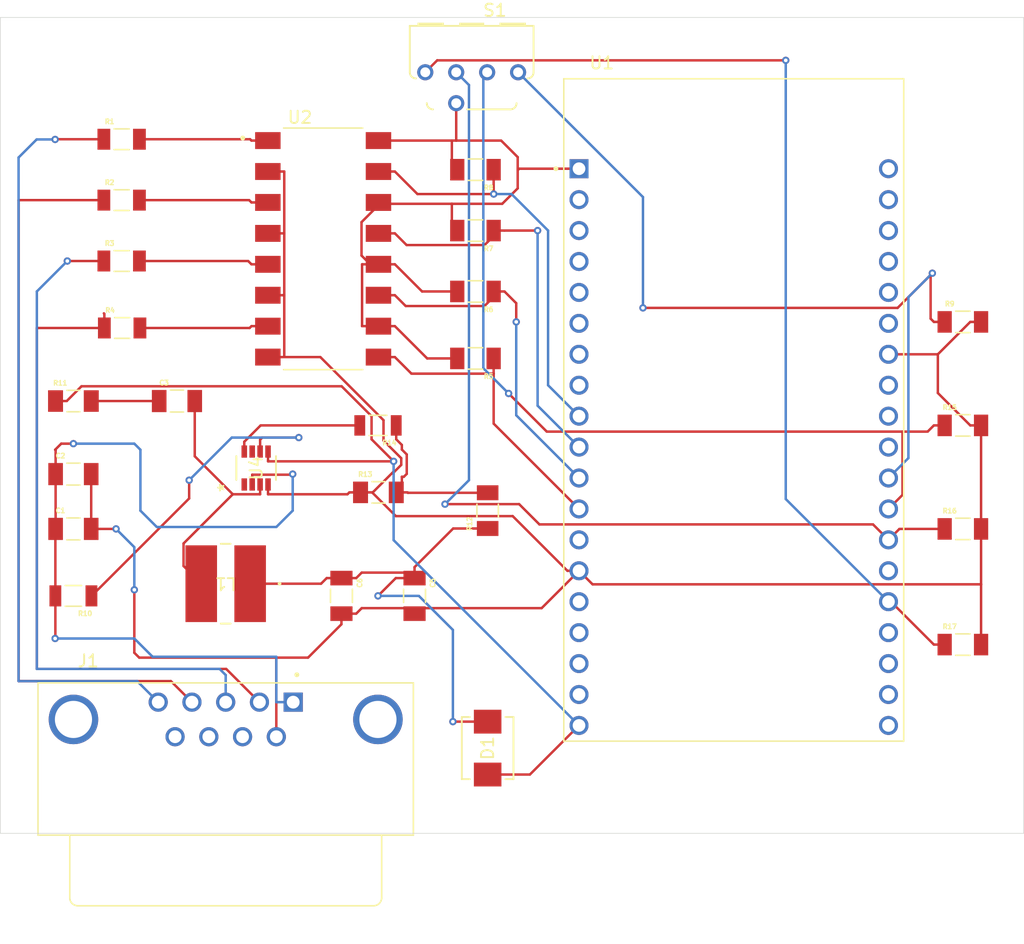
<source format=kicad_pcb>
(kicad_pcb (version 20241229) (generator "pcbnew") (generator_version "9.0")
  (layers (0 "F.Cu" signal) (2 "B.Cu" signal) (13 "F.Paste" user) (15 "B.Paste" user) (5 "F.SilkS" user "F.Silkscreen") (7 "B.SilkS" user "B.Silkscreen") (1 "F.Mask" user) (3 "B.Mask" user) (25 "Edge.Cuts" user))
  (net 0 "")
  (net 1 "+24V")
  (net 2 "GND")
  (net 3 "Net-(U4-SW)")
  (net 4 "Net-(C5-Pad1)")
  (net 5 "+5V")
  (net 11 "Net-(R1-Pad2)")
  (net 12 "Net-(R2-Pad2)")
  (net 13 "Net-(R3-Pad2)")
  (net 14 "Net-(R4-Pad2)")
  (net 15 "+3.3V")
  (net 16 "Net-(U1-IO14)")
  (net 17 "Net-(U1-IO27)")
  (net 18 "Net-(U1-IO26)")
  (net 19 "Net-(U1-IO25)")
  (net 20 "Net-(U1-IO17)")
  (net 21 "Net-(U4-EN)")
  (net 22 "Net-(R12-Pad2)")
  (net 23 "Net-(U4-FB)")
  (net 24 "Net-(U1-IO16)")
  (net 25 "Net-(U1-IO4)")
  (net 26 "Net-(U1-IO2)")
  (net 55 "Net-(C3-Pad1)")
  (footprint "CR1206_FX_1002ELF:RESC3216X75N" (layer "F.Cu") (at 108 45.5 180)
    (property "Reference" "R5" (at -1.08 -1.48 0) (layer "F.SilkS") (effects (font (size 0.393701 0.393701))))
    (property "Value" "CR1206-FX-1002ELF")
    (pad "1" smd rect (at -1.494 0 180) (size 1.17 1.77) (layers "F.Cu" "F.Mask" "F.Paste") (net 16 "Net-(U1-IO14)"))
    (pad "2" smd rect (at 1.494 0 180) (size 1.17 1.77) (layers "F.Cu" "F.Mask" "F.Paste") (net 15 "+3.3V"))
  )
  (footprint "RMCF1206FT10R0:RESC3216X70N" (layer "F.Cu") (at 75 49)
    (property "Reference" "R11" (at -1.08 -1.48 0) (layer "F.SilkS") (effects (font (size 0.393701 0.393701))))
    (property "Value" "RMCF1206FT10R0")
    (pad "1" smd rect (at -1.466 0) (size 1.23 1.77) (layers "F.Cu" "F.Mask" "F.Paste") (net 5 "+5V"))
    (pad "2" smd rect (at 1.466 0) (size 1.23 1.77) (layers "F.Cu" "F.Mask" "F.Paste") (net 55 "Net-(C3-Pad1)"))
  )
  (footprint "DRR3016:DRR3010" (layer "F.Cu") (at 107.69 22 180)
    (property "Reference" "S1" (at -1.907185 5.085855 0) (layer "F.SilkS") (effects (font (size 1.001157 1.001157))))
    (property "Value" "DRR3016")
    (pad "1" thru_hole circle (at 3.81 0 180) (size 1.3208 1.3208) (drill 0.8128) (layers "*.Cu" "*.Mask") (net 26 "Net-(U1-IO2)"))
    (pad "2" thru_hole circle (at 1.27 0 180) (size 1.3208 1.3208) (drill 0.8128) (layers "*.Cu" "*.Mask") (net 25 "Net-(U1-IO4)"))
    (pad "4" thru_hole circle (at -1.27 0 180) (size 1.3208 1.3208) (drill 0.8128) (layers "*.Cu" "*.Mask") (net 24 "Net-(U1-IO16)"))
    (pad "8" thru_hole circle (at -3.81 0 180) (size 1.3208 1.3208) (drill 0.8128) (layers "*.Cu" "*.Mask") (net 20 "Net-(U1-IO17)"))
    (pad "C" thru_hole circle (at 1.27 -2.54 180) (size 1.3208 1.3208) (drill 0.8128) (layers "*.Cu" "*.Mask") (net 15 "+3.3V"))
  )
  (footprint "RMCF1206FT7K50:RESC3216X70N" (layer "F.Cu") (at 100.034 56.5)
    (property "Reference" "R13" (at -1.08 -1.48 0) (layer "F.SilkS") (effects (font (size 0.393701 0.393701))))
    (property "Value" "RMCF1206FT7K50")
    (pad "1" smd rect (at -1.466 0) (size 1.23 1.77) (layers "F.Cu" "F.Mask" "F.Paste") (net 2 "GND"))
    (pad "2" smd rect (at 1.466 0) (size 1.23 1.77) (layers "F.Cu" "F.Mask" "F.Paste") (net 22 "Net-(R12-Pad2)"))
  )
  (footprint "CR1206_FX_1002ELF:RESC3216X75N" (layer "F.Cu") (at 148.006 42.5)
    (property "Reference" "R9" (at -1.08 -1.48 0) (layer "F.SilkS") (effects (font (size 0.393701 0.393701))))
    (property "Value" "CR1206-FX-1002ELF")
    (pad "1" smd rect (at -1.494 0) (size 1.17 1.77) (layers "F.Cu" "F.Mask" "F.Paste") (net 20 "Net-(U1-IO17)"))
    (pad "2" smd rect (at 1.494 0) (size 1.17 1.77) (layers "F.Cu" "F.Mask" "F.Paste") (net 2 "GND"))
  )
  (footprint "CL31B106KAHNNNE:CAPC3216X180N" (layer "F.Cu") (at 75 55)
    (property "Reference" "C2" (at -1.06 -1.5 0) (layer "F.SilkS") (effects (font (size 0.393701 0.393701))))
    (property "Value" "CL31B106KAHNNNE")
    (pad "1" smd rect (at -1.46 0) (size 1.2 1.82) (layers "F.Cu" "F.Mask" "F.Paste") (net 1 "+24V"))
    (pad "2" smd rect (at 1.46 0) (size 1.2 1.82) (layers "F.Cu" "F.Mask" "F.Paste") (net 2 "GND"))
  )
  (footprint "RMCF1206FT40K2:RESC3216X70N" (layer "F.Cu") (at 109 58 90)
    (property "Reference" "R12" (at -1.08 -1.48 90) (layer "F.SilkS") (effects (font (size 0.393701 0.393701))))
    (property "Value" "RMCF1206FT40K2")
    (pad "1" smd rect (at -1.466 0 90) (size 1.23 1.77) (layers "F.Cu" "F.Mask" "F.Paste") (net 4 "Net-(C5-Pad1)"))
    (pad "2" smd rect (at 1.466 0 90) (size 1.23 1.77) (layers "F.Cu" "F.Mask" "F.Paste") (net 22 "Net-(R12-Pad2)"))
  )
  (footprint "CR1206_FX_1002ELF:RESC3216X75N" (layer "F.Cu") (at 148.006 69)
    (property "Reference" "R17" (at -1.08 -1.48 0) (layer "F.SilkS") (effects (font (size 0.393701 0.393701))))
    (property "Value" "CR1206-FX-1002ELF")
    (pad "1" smd rect (at -1.494 0) (size 1.17 1.77) (layers "F.Cu" "F.Mask" "F.Paste") (net 26 "Net-(U1-IO2)"))
    (pad "2" smd rect (at 1.494 0) (size 1.17 1.77) (layers "F.Cu" "F.Mask" "F.Paste") (net 2 "GND"))
  )
  (footprint "CL31B106KAHNNNE:CAPC3216X180N" (layer "F.Cu") (at 83.5 49)
    (property "Reference" "C3" (at -1.06 -1.5 0) (layer "F.SilkS") (effects (font (size 0.393701 0.393701))))
    (property "Value" "CL31B106KAHNNNE")
    (pad "1" smd rect (at -1.46 0) (size 1.2 1.82) (layers "F.Cu" "F.Mask" "F.Paste") (net 55 "Net-(C3-Pad1)"))
    (pad "2" smd rect (at 1.46 0) (size 1.2 1.82) (layers "F.Cu" "F.Mask" "F.Paste") (net 3 "Net-(U4-SW)"))
  )
  (footprint "ul_HPC6045NC-4R7M:IND_HPC6045NC_TTA" (layer "F.Cu") (at 87.5 64 180)
    (property "Reference" "L1" (at 0 0 180) (layer "F.SilkS"))
    (property "Value" "HPC6045NC-4R7M")
    (pad "1" smd rect (at -2.0066 0 270) (size 6.2992 2.5908) (layers "F.Cu" "F.Mask" "F.Paste") (net 4 "Net-(C5-Pad1)"))
    (pad "2" smd rect (at 2.0066 0 270) (size 6.2992 2.5908) (layers "F.Cu" "F.Mask" "F.Paste") (net 3 "Net-(U4-SW)"))
  )
  (footprint "CL31A226KAHNNNE:CAPC3216X180N" (layer "F.Cu") (at 75 59.5)
    (property "Reference" "C1" (at -1.06 -1.5 0) (layer "F.SilkS") (effects (font (size 0.393701 0.393701))))
    (property "Value" "CL31A226KAHNNNE")
    (pad "1" smd rect (at -1.46 0) (size 1.2 1.82) (layers "F.Cu" "F.Mask" "F.Paste") (net 1 "+24V"))
    (pad "2" smd rect (at 1.46 0) (size 1.2 1.82) (layers "F.Cu" "F.Mask" "F.Paste") (net 2 "GND"))
  )
  (footprint "CRGCQ1206F2K2:RESC3115X65N" (layer "F.Cu") (at 78.96 32.5)
    (property "Reference" "R2" (at -0.99 -1.45 0) (layer "F.SilkS") (effects (font (size 0.393701 0.393701))))
    (property "Value" "CRGCQ1206F2K2")
    (pad "1" smd rect (at -1.46 0) (size 1.05 1.72) (layers "F.Cu" "F.Mask" "F.Paste") (net 1 "+24V"))
    (pad "2" smd rect (at 1.46 0) (size 1.05 1.72) (layers "F.Cu" "F.Mask" "F.Paste") (net 12 "Net-(R2-Pad2)"))
  )
  (footprint "CR1206_FX_1002ELF:RESC3216X75N" (layer "F.Cu") (at 108 35 180)
    (property "Reference" "R7" (at -1.08 -1.48 0) (layer "F.SilkS") (effects (font (size 0.393701 0.393701))))
    (property "Value" "CR1206-FX-1002ELF")
    (pad "1" smd rect (at -1.494 0 180) (size 1.17 1.77) (layers "F.Cu" "F.Mask" "F.Paste") (net 18 "Net-(U1-IO26)"))
    (pad "2" smd rect (at 1.494 0 180) (size 1.17 1.77) (layers "F.Cu" "F.Mask" "F.Paste") (net 15 "+3.3V"))
  )
  (footprint "A_DF_09_A_KG_T4S:ASSMANN_A-DF_09_A_KG-T4S" (layer "F.Cu") (at 93.04 73.7275)
    (property "Reference" "J1" (at -16.825 -3.385 0) (layer "F.SilkS"))
    (property "Value" "A-DF_09_A_KG-T4S")
    (pad "1" thru_hole rect (at 0 0) (size 1.575 1.575) (drill 1.05) (layers "*.Cu" "*.Mask") (net 1 "+24V"))
    (pad "2" thru_hole circle (at -2.77 0) (size 1.575 1.575) (drill 1.05) (layers "*.Cu" "*.Mask") (net 1 "+24V"))
    (pad "3" thru_hole circle (at -5.54 0) (size 1.575 1.575) (drill 1.05) (layers "*.Cu" "*.Mask") (net 1 "+24V"))
    (pad "4" thru_hole circle (at -8.31 0) (size 1.575 1.575) (drill 1.05) (layers "*.Cu" "*.Mask") (net 1 "+24V"))
    (pad "5" thru_hole circle (at -11.08 0) (size 1.575 1.575) (drill 1.05) (layers "*.Cu" "*.Mask") (net 1 "+24V"))
    (pad "6" thru_hole circle (at -1.385 2.84) (size 1.575 1.575) (drill 1.05) (layers "*.Cu" "*.Mask") (net 2 "GND"))
    (pad "7" thru_hole circle (at -4.155 2.84) (size 1.575 1.575) (drill 1.05) (layers "*.Cu" "*.Mask"))
    (pad "8" thru_hole circle (at -6.925 2.84) (size 1.575 1.575) (drill 1.05) (layers "*.Cu" "*.Mask"))
    (pad "9" thru_hole circle (at -9.695 2.84) (size 1.575 1.575) (drill 1.05) (layers "*.Cu" "*.Mask"))
    (pad "S1" thru_hole circle (at -18.035 1.42) (size 4.066 4.066) (drill 3.05) (layers "*.Cu" "*.Mask"))
    (pad "S2" thru_hole circle (at 6.955 1.42) (size 4.066 4.066) (drill 3.05) (layers "*.Cu" "*.Mask"))
  )
  (footprint "CRGCQ1206F2K2:RESC3115X65N" (layer "F.Cu") (at 78.96 27.5)
    (property "Reference" "R1" (at -0.99 -1.45 0) (layer "F.SilkS") (effects (font (size 0.393701 0.393701))))
    (property "Value" "CRGCQ1206F2K2")
    (pad "1" smd rect (at -1.46 0) (size 1.05 1.72) (layers "F.Cu" "F.Mask" "F.Paste") (net 1 "+24V"))
    (pad "2" smd rect (at 1.46 0) (size 1.05 1.72) (layers "F.Cu" "F.Mask" "F.Paste") (net 11 "Net-(R1-Pad2)"))
  )
  (footprint "MP2315SGJ_Z:TSOT23-8_MP2315S_MNP" (layer "F.Cu") (at 90 54.5 90)
    (property "Reference" "U4" (at 0 0 90) (layer "F.SilkS"))
    (property "Value" "MP2315SGJ-Z")
    (fp_text user "*" (at -1.60655 -2.5752 90) (layer "F.SilkS"))
    (fp_text user "*" (at -1.60655 -2.5752 90) (layer "F.SilkS"))
    (pad "1" smd rect (at -1.35255 -0.974999 90) (size 1.0033 0.4572) (layers "F.Cu" "F.Mask" "F.Paste"))
    (pad "2" smd rect (at -1.35255 -0.325001 90) (size 1.0033 0.4572) (layers "F.Cu" "F.Mask" "F.Paste") (net 1 "+24V"))
    (pad "3" smd rect (at -1.35255 0.325001 90) (size 1.0033 0.4572) (layers "F.Cu" "F.Mask" "F.Paste") (net 3 "Net-(U4-SW)"))
    (pad "4" smd rect (at -1.35255 0.974999 90) (size 1.0033 0.4572) (layers "F.Cu" "F.Mask" "F.Paste") (net 2 "GND"))
    (pad "5" smd rect (at 1.35255 0.974999 90) (size 1.0033 0.4572) (layers "F.Cu" "F.Mask" "F.Paste") (net 5 "+5V"))
    (pad "6" smd rect (at 1.35255 0.325001 90) (size 1.0033 0.4572) (layers "F.Cu" "F.Mask" "F.Paste") (net 21 "Net-(U4-EN)"))
    (pad "7" smd rect (at 1.35255 -0.325001 90) (size 1.0033 0.4572) (layers "F.Cu" "F.Mask" "F.Paste"))
    (pad "8" smd rect (at 1.35255 -0.974999 90) (size 1.0033 0.4572) (layers "F.Cu" "F.Mask" "F.Paste") (net 23 "Net-(U4-FB)"))
  )
  (footprint "CRGCQ1206F2K2:RESC3115X65N" (layer "F.Cu") (at 78.96 37.5)
    (property "Reference" "R3" (at -0.99 -1.45 0) (layer "F.SilkS") (effects (font (size 0.393701 0.393701))))
    (property "Value" "CRGCQ1206F2K2")
    (pad "1" smd rect (at -1.46 0) (size 1.05 1.72) (layers "F.Cu" "F.Mask" "F.Paste") (net 1 "+24V"))
    (pad "2" smd rect (at 1.46 0) (size 1.05 1.72) (layers "F.Cu" "F.Mask" "F.Paste") (net 13 "Net-(R3-Pad2)"))
  )
  (footprint "CL31A226KAHNNNE:CAPC3216X180N" (layer "F.Cu") (at 97 65 -90)
    (property "Reference" "C6" (at -1.06 -1.5 90) (layer "F.SilkS") (effects (font (size 0.393701 0.393701))))
    (property "Value" "CL31A226KAHNNNE")
    (pad "1" smd rect (at -1.46 0 270) (size 1.2 1.82) (layers "F.Cu" "F.Mask" "F.Paste") (net 4 "Net-(C5-Pad1)"))
    (pad "2" smd rect (at 1.46 0 270) (size 1.2 1.82) (layers "F.Cu" "F.Mask" "F.Paste") (net 2 "GND"))
  )
  (footprint "CL31A226KAHNNNE:CAPC3216X180N" (layer "F.Cu") (at 103 65 -90)
    (property "Reference" "C5" (at -1.06 -1.5 90) (layer "F.SilkS") (effects (font (size 0.393701 0.393701))))
    (property "Value" "CL31A226KAHNNNE")
    (pad "1" smd rect (at -1.46 0 270) (size 1.2 1.82) (layers "F.Cu" "F.Mask" "F.Paste") (net 4 "Net-(C5-Pad1)"))
    (pad "2" smd rect (at 1.46 0 270) (size 1.2 1.82) (layers "F.Cu" "F.Mask" "F.Paste") (net 2 "GND"))
  )
  (footprint "RC1206FR_07499KL:RESC3116X65N" (layer "F.Cu") (at 75 65 180)
    (property "Reference" "R10" (at -0.96 -1.45 0) (layer "F.SilkS") (effects (font (size 0.393701 0.393701))))
    (property "Value" "RC1206FR-07499KL")
    (pad "1" smd rect (at -1.48 0 180) (size 0.97 1.73) (layers "F.Cu" "F.Mask" "F.Paste") (net 21 "Net-(U4-EN)"))
    (pad "2" smd rect (at 1.48 0 180) (size 0.97 1.73) (layers "F.Cu" "F.Mask" "F.Paste") (net 1 "+24V"))
  )
  (footprint "ESP32-DEVKITC-32D:MODULE_ESP32-DEVKITC-32D" (layer "F.Cu") (at 129.2 49.68)
    (property "Reference" "U1" (at -10.829175 -28.446045 0) (layer "F.SilkS") (effects (font (size 1.000386 1.000386))))
    (property "Value" "ESP32-DEVKITC-32D")
    (pad "J2-1" thru_hole rect (at -12.7 -19.76) (size 1.56 1.56) (drill 1.04) (layers "*.Cu" "*.Mask") (net 15 "+3.3V"))
    (pad "J2-2" thru_hole circle (at -12.7 -17.22) (size 1.56 1.56) (drill 1.04) (layers "*.Cu" "*.Mask"))
    (pad "J2-3" thru_hole circle (at -12.7 -14.68) (size 1.56 1.56) (drill 1.04) (layers "*.Cu" "*.Mask"))
    (pad "J2-4" thru_hole circle (at -12.7 -12.14) (size 1.56 1.56) (drill 1.04) (layers "*.Cu" "*.Mask"))
    (pad "J2-5" thru_hole circle (at -12.7 -9.6) (size 1.56 1.56) (drill 1.04) (layers "*.Cu" "*.Mask"))
    (pad "J2-6" thru_hole circle (at -12.7 -7.06) (size 1.56 1.56) (drill 1.04) (layers "*.Cu" "*.Mask"))
    (pad "J2-7" thru_hole circle (at -12.7 -4.52) (size 1.56 1.56) (drill 1.04) (layers "*.Cu" "*.Mask"))
    (pad "J2-8" thru_hole circle (at -12.7 -1.98) (size 1.56 1.56) (drill 1.04) (layers "*.Cu" "*.Mask"))
    (pad "J2-9" thru_hole circle (at -12.7 0.56) (size 1.56 1.56) (drill 1.04) (layers "*.Cu" "*.Mask") (net 19 "Net-(U1-IO25)"))
    (pad "J2-10" thru_hole circle (at -12.7 3.1) (size 1.56 1.56) (drill 1.04) (layers "*.Cu" "*.Mask") (net 18 "Net-(U1-IO26)"))
    (pad "J2-11" thru_hole circle (at -12.7 5.64) (size 1.56 1.56) (drill 1.04) (layers "*.Cu" "*.Mask") (net 17 "Net-(U1-IO27)"))
    (pad "J2-12" thru_hole circle (at -12.7 8.18) (size 1.56 1.56) (drill 1.04) (layers "*.Cu" "*.Mask") (net 16 "Net-(U1-IO14)"))
    (pad "J2-13" thru_hole circle (at -12.7 10.72) (size 1.56 1.56) (drill 1.04) (layers "*.Cu" "*.Mask"))
    (pad "J2-14" thru_hole circle (at -12.7 13.26) (size 1.56 1.56) (drill 1.04) (layers "*.Cu" "*.Mask") (net 2 "GND"))
    (pad "J2-15" thru_hole circle (at -12.7 15.8) (size 1.56 1.56) (drill 1.04) (layers "*.Cu" "*.Mask"))
    (pad "J2-16" thru_hole circle (at -12.7 18.34) (size 1.56 1.56) (drill 1.04) (layers "*.Cu" "*.Mask"))
    (pad "J2-17" thru_hole circle (at -12.7 20.88) (size 1.56 1.56) (drill 1.04) (layers "*.Cu" "*.Mask"))
    (pad "J2-18" thru_hole circle (at -12.7 23.42) (size 1.56 1.56) (drill 1.04) (layers "*.Cu" "*.Mask"))
    (pad "J2-19" thru_hole circle (at -12.7 25.96) (size 1.56 1.56) (drill 1.04) (layers "*.Cu" "*.Mask") (net 5 "+5V"))
    (pad "J3-1" thru_hole circle (at 12.7 -19.76) (size 1.56 1.56) (drill 1.04) (layers "*.Cu" "*.Mask"))
    (pad "J3-2" thru_hole circle (at 12.7 -17.22) (size 1.56 1.56) (drill 1.04) (layers "*.Cu" "*.Mask"))
    (pad "J3-3" thru_hole circle (at 12.7 -14.68) (size 1.56 1.56) (drill 1.04) (layers "*.Cu" "*.Mask"))
    (pad "J3-4" thru_hole circle (at 12.7 -12.14) (size 1.56 1.56) (drill 1.04) (layers "*.Cu" "*.Mask"))
    (pad "J3-5" thru_hole circle (at 12.7 -9.6) (size 1.56 1.56) (drill 1.04) (layers "*.Cu" "*.Mask"))
    (pad "J3-6" thru_hole circle (at 12.7 -7.06) (size 1.56 1.56) (drill 1.04) (layers "*.Cu" "*.Mask"))
    (pad "J3-7" thru_hole circle (at 12.7 -4.52) (size 1.56 1.56) (drill 1.04) (layers "*.Cu" "*.Mask") (net 2 "GND"))
    (pad "J3-8" thru_hole circle (at 12.7 -1.98) (size 1.56 1.56) (drill 1.04) (layers "*.Cu" "*.Mask"))
    (pad "J3-9" thru_hole circle (at 12.7 0.56) (size 1.56 1.56) (drill 1.04) (layers "*.Cu" "*.Mask"))
    (pad "J3-10" thru_hole circle (at 12.7 3.1) (size 1.56 1.56) (drill 1.04) (layers "*.Cu" "*.Mask"))
    (pad "J3-11" thru_hole circle (at 12.7 5.64) (size 1.56 1.56) (drill 1.04) (layers "*.Cu" "*.Mask") (net 20 "Net-(U1-IO17)"))
    (pad "J3-12" thru_hole circle (at 12.7 8.18) (size 1.56 1.56) (drill 1.04) (layers "*.Cu" "*.Mask") (net 24 "Net-(U1-IO16)"))
    (pad "J3-13" thru_hole circle (at 12.7 10.72) (size 1.56 1.56) (drill 1.04) (layers "*.Cu" "*.Mask") (net 25 "Net-(U1-IO4)"))
    (pad "J3-14" thru_hole circle (at 12.7 13.26) (size 1.56 1.56) (drill 1.04) (layers "*.Cu" "*.Mask"))
    (pad "J3-15" thru_hole circle (at 12.7 15.8) (size 1.56 1.56) (drill 1.04) (layers "*.Cu" "*.Mask") (net 26 "Net-(U1-IO2)"))
    (pad "J3-16" thru_hole circle (at 12.7 18.34) (size 1.56 1.56) (drill 1.04) (layers "*.Cu" "*.Mask"))
    (pad "J3-17" thru_hole circle (at 12.7 20.88) (size 1.56 1.56) (drill 1.04) (layers "*.Cu" "*.Mask"))
    (pad "J3-18" thru_hole circle (at 12.7 23.42) (size 1.56 1.56) (drill 1.04) (layers "*.Cu" "*.Mask"))
    (pad "J3-19" thru_hole circle (at 12.7 25.96) (size 1.56 1.56) (drill 1.04) (layers "*.Cu" "*.Mask"))
  )
  (footprint "CR1206_FX_1002ELF:RESC3216X75N" (layer "F.Cu") (at 148.006 59.5)
    (property "Reference" "R16" (at -1.08 -1.48 0) (layer "F.SilkS") (effects (font (size 0.393701 0.393701))))
    (property "Value" "CR1206-FX-1002ELF")
    (pad "1" smd rect (at -1.494 0) (size 1.17 1.77) (layers "F.Cu" "F.Mask" "F.Paste") (net 25 "Net-(U1-IO4)"))
    (pad "2" smd rect (at 1.494 0) (size 1.17 1.77) (layers "F.Cu" "F.Mask" "F.Paste") (net 2 "GND"))
  )
  (footprint "CR1206_FX_1002ELF:RESC3216X75N" (layer "F.Cu") (at 108 40 180)
    (property "Reference" "R6" (at -1.08 -1.48 0) (layer "F.SilkS") (effects (font (size 0.393701 0.393701))))
    (property "Value" "CR1206-FX-1002ELF")
    (pad "1" smd rect (at -1.494 0 180) (size 1.17 1.77) (layers "F.Cu" "F.Mask" "F.Paste") (net 17 "Net-(U1-IO27)"))
    (pad "2" smd rect (at 1.494 0 180) (size 1.17 1.77) (layers "F.Cu" "F.Mask" "F.Paste") (net 15 "+3.3V"))
  )
  (footprint "CRGCQ1206F2K2:RESC3115X65N" (layer "F.Cu") (at 79 43)
    (property "Reference" "R4" (at -0.99 -1.45 0) (layer "F.SilkS") (effects (font (size 0.393701 0.393701))))
    (property "Value" "CRGCQ1206F2K2")
    (pad "1" smd rect (at -1.46 0) (size 1.05 1.72) (layers "F.Cu" "F.Mask" "F.Paste") (net 1 "+24V"))
    (pad "2" smd rect (at 1.46 0) (size 1.05 1.72) (layers "F.Cu" "F.Mask" "F.Paste") (net 14 "Net-(R4-Pad2)"))
  )
  (footprint "LTV_846S:SOIC254P1016X460-16N" (layer "F.Cu") (at 95.5 36.5)
    (property "Reference" "U2" (at -1.905 -10.795 0) (layer "F.SilkS"))
    (property "Value" "LTV-846S")
    (pad "1" smd rect (at -4.54 -8.89) (size 2.09 1.39) (layers "F.Cu" "F.Mask" "F.Paste") (net 11 "Net-(R1-Pad2)"))
    (pad "2" smd rect (at -4.54 -6.35) (size 2.09 1.39) (layers "F.Cu" "F.Mask" "F.Paste") (net 2 "GND"))
    (pad "3" smd rect (at -4.54 -3.81) (size 2.09 1.39) (layers "F.Cu" "F.Mask" "F.Paste") (net 12 "Net-(R2-Pad2)"))
    (pad "4" smd rect (at -4.54 -1.27) (size 2.09 1.39) (layers "F.Cu" "F.Mask" "F.Paste") (net 2 "GND"))
    (pad "5" smd rect (at -4.54 1.27) (size 2.09 1.39) (layers "F.Cu" "F.Mask" "F.Paste") (net 13 "Net-(R3-Pad2)"))
    (pad "6" smd rect (at -4.54 3.81) (size 2.09 1.39) (layers "F.Cu" "F.Mask" "F.Paste") (net 2 "GND"))
    (pad "7" smd rect (at -4.54 6.35) (size 2.09 1.39) (layers "F.Cu" "F.Mask" "F.Paste") (net 14 "Net-(R4-Pad2)"))
    (pad "8" smd rect (at -4.54 8.89) (size 2.09 1.39) (layers "F.Cu" "F.Mask" "F.Paste") (net 2 "GND"))
    (pad "9" smd rect (at 4.54 8.89) (size 2.09 1.39) (layers "F.Cu" "F.Mask" "F.Paste") (net 16 "Net-(U1-IO14)"))
    (pad "10" smd rect (at 4.54 6.35) (size 2.09 1.39) (layers "F.Cu" "F.Mask" "F.Paste") (net 15 "+3.3V"))
    (pad "11" smd rect (at 4.54 3.81) (size 2.09 1.39) (layers "F.Cu" "F.Mask" "F.Paste") (net 17 "Net-(U1-IO27)"))
    (pad "12" smd rect (at 4.54 1.27) (size 2.09 1.39) (layers "F.Cu" "F.Mask" "F.Paste") (net 15 "+3.3V"))
    (pad "13" smd rect (at 4.54 -1.27) (size 2.09 1.39) (layers "F.Cu" "F.Mask" "F.Paste") (net 18 "Net-(U1-IO26)"))
    (pad "14" smd rect (at 4.54 -3.81) (size 2.09 1.39) (layers "F.Cu" "F.Mask" "F.Paste") (net 15 "+3.3V"))
    (pad "15" smd rect (at 4.54 -6.35) (size 2.09 1.39) (layers "F.Cu" "F.Mask" "F.Paste") (net 19 "Net-(U1-IO25)"))
    (pad "16" smd rect (at 4.54 -8.89) (size 2.09 1.39) (layers "F.Cu" "F.Mask" "F.Paste") (net 15 "+3.3V"))
  )
  (footprint "CR1206_FX_1002ELF:RESC3216X75N" (layer "F.Cu") (at 148.006 51)
    (property "Reference" "R15" (at -1.08 -1.48 0) (layer "F.SilkS") (effects (font (size 0.393701 0.393701))))
    (property "Value" "CR1206-FX-1002ELF")
    (pad "1" smd rect (at -1.494 0) (size 1.17 1.77) (layers "F.Cu" "F.Mask" "F.Paste") (net 24 "Net-(U1-IO16)"))
    (pad "2" smd rect (at 1.494 0) (size 1.17 1.77) (layers "F.Cu" "F.Mask" "F.Paste") (net 2 "GND"))
  )
  (footprint "SS34B_HF:DO214AASMB_CIP" (layer "F.Cu") (at 109 77.5 90)
    (property "Reference" "D1" (at 0 0 90) (layer "F.SilkS"))
    (property "Value" "SS34B-HF")
    (pad "1" smd rect (at -2.1717 0 90) (size 1.9558 2.2606) (layers "F.Cu" "F.Mask" "F.Paste") (net 5 "+5V"))
    (pad "2" smd rect (at 2.1717 0 90) (size 1.9558 2.2606) (layers "F.Cu" "F.Mask" "F.Paste") (net 4 "Net-(C5-Pad1)"))
  )
  (footprint "CRCW120620K0FKEAC:RESC3015X65N" (layer "F.Cu") (at 100 51 180)
    (property "Reference" "R14" (at -0.94 -1.43 0) (layer "F.SilkS") (effects (font (size 0.393701 0.393701))))
    (property "Value" "CRCW120620K0FKEAC")
    (pad "1" smd rect (at -1.495 0 180) (size 0.89 1.68) (layers "F.Cu" "F.Mask" "F.Paste") (net 22 "Net-(R12-Pad2)"))
    (pad "2" smd rect (at 1.495 0 180) (size 0.89 1.68) (layers "F.Cu" "F.Mask" "F.Paste") (net 23 "Net-(U4-FB)"))
  )
  (footprint "CR1206_FX_1002ELF:RESC3216X75N" (layer "F.Cu") (at 108 30 180)
    (property "Reference" "R8" (at -1.08 -1.48 0) (layer "F.SilkS") (effects (font (size 0.393701 0.393701))))
    (property "Value" "CR1206-FX-1002ELF")
    (pad "1" smd rect (at -1.494 0 180) (size 1.17 1.77) (layers "F.Cu" "F.Mask" "F.Paste") (net 19 "Net-(U1-IO25)"))
    (pad "2" smd rect (at 1.494 0 180) (size 1.17 1.77) (layers "F.Cu" "F.Mask" "F.Paste") (net 15 "+3.3V"))
  )
  (gr_rect (start 69 17.5) (end 153 84.5) (stroke (width 0.05)) (fill no) (layer "Edge.Cuts"))
  (segment (start 70.5 72) (end 70.5 32.5) (width 0.2) (layer "F.Cu") (net 1))
  (segment (start 74.5 37.5) (end 77.5 37.5) (width 0.2) (layer "F.Cu") (net 1))
  (segment (start 77.54 41.8383) (end 77.5 41.7983) (width 0.2) (layer "F.Cu") (net 1))
  (segment (start 72 71) (end 72 43) (width 0.2) (layer "F.Cu") (net 1))
  (segment (start 73.516557 27.5) (end 77.5 27.5) (width 0.2) (layer "F.Cu") (net 1))
  (segment (start 84.73 73.7275) (end 83.0025 72) (width 0.2) (layer "F.Cu") (net 1))
  (segment (start 92.9509 55.0491) (end 89.675 55.0491) (width 0.2) (layer "F.Cu") (net 1))
  (segment (start 73.5 27.516557) (end 73.516557 27.5) (width 0.2) (layer "F.Cu") (net 1))
  (segment (start 72 43) (end 77.54 43) (width 0.2) (layer "F.Cu") (net 1))
  (segment (start 87.5425 71) (end 72 71) (width 0.2) (layer "F.Cu") (net 1))
  (segment (start 70.5 32.5) (end 77.5 32.5) (width 0.2) (layer "F.Cu") (net 1))
  (segment (start 90.27 73.7275) (end 87.5425 71) (width 0.2) (layer "F.Cu") (net 1))
  (segment (start 83.0025 72) (end 70.5 72) (width 0.2) (layer "F.Cu") (net 1))
  (segment (start 93 55) (end 92.9509 55.0491) (width 0.2) (layer "F.Cu") (net 1))
  (segment (start 74 52.5) (end 75 52.5) (width 0.2) (layer "F.Cu") (net 1))
  (segment (start 73.5 53) (end 74 52.5) (width 0.2) (layer "F.Cu") (net 1))
  (segment (start 73.52 59.52) (end 73.54 59.5) (width 0.2) (layer "F.Cu") (net 1))
  (segment (start 73.52 65) (end 73.52 59.52) (width 0.2) (layer "F.Cu") (net 1))
  (segment (start 73.54 55) (end 73.54 53.04) (width 0.2) (layer "F.Cu") (net 1))
  (segment (start 89.675 55.0491) (end 89.675 55.8525) (width 0.2) (layer "F.Cu") (net 1))
  (segment (start 81.96 73.7275) (end 81.96 73.5183) (width 0.2) (layer "F.Cu") (net 1))
  (segment (start 73.5 68.5) (end 73.52 68.48) (width 0.2) (layer "F.Cu") (net 1))
  (segment (start 73.54 53.04) (end 73.5 53) (width 0.2) (layer "F.Cu") (net 1))
  (segment (start 73.52 68.48) (end 73.52 65) (width 0.2) (layer "F.Cu") (net 1))
  (segment (start 73.54 59.5) (end 73.54 55) (width 0.2) (layer "F.Cu") (net 1))
  (segment (start 77.54 43) (end 77.54 41.8383) (width 0.2) (layer "F.Cu") (net 1))
  (via (at 73.5 27.516557) (size 0.6) (drill 0.3) (layers "F.Cu" "B.Cu") (net 1))
  (via (at 74.5 37.5) (size 0.6) (drill 0.3) (layers "F.Cu" "B.Cu") (net 1))
  (via (at 75 52.5) (size 0.6) (drill 0.3) (layers "F.Cu" "B.Cu") (net 1))
  (via (at 93 55) (size 0.6) (drill 0.3) (layers "F.Cu" "B.Cu") (net 1))
  (via (at 73.5 68.5) (size 0.6) (drill 0.3) (layers "F.Cu" "B.Cu") (net 1))
  (segment (start 70.5 72) (end 80.2325 72) (width 0.2) (layer "B.Cu") (net 1))
  (segment (start 91.655 59.345) (end 81.845 59.345) (width 0.2) (layer "B.Cu") (net 1))
  (segment (start 72 40) (end 72 71) (width 0.2) (layer "B.Cu") (net 1))
  (segment (start 71.983443 27.516557) (end 70.5 29) (width 0.2) (layer "B.Cu") (net 1))
  (segment (start 73.5 27.516557) (end 71.983443 27.516557) (width 0.2) (layer "B.Cu") (net 1))
  (segment (start 72 71) (end 87 71) (width 0.2) (layer "B.Cu") (net 1))
  (segment (start 80.2325 72) (end 81.96 73.7275) (width 0.2) (layer "B.Cu") (net 1))
  (segment (start 80.5 53) (end 80.5 58) (width 0.2) (layer "B.Cu") (net 1))
  (segment (start 91.655 73.7275) (end 93.04 73.7275) (width 0.2) (layer "B.Cu") (net 1))
  (segment (start 81.5 70) (end 80 68.5) (width 0.2) (layer "B.Cu") (net 1))
  (segment (start 70.5 29) (end 70.5 72) (width 0.2) (layer "B.Cu") (net 1))
  (segment (start 75 52.5) (end 80 52.5) (width 0.2) (layer "B.Cu") (net 1))
  (segment (start 80 68.5) (end 73.5 68.5) (width 0.2) (layer "B.Cu") (net 1))
  (segment (start 87 71) (end 87.5 71.5) (width 0.2) (layer "B.Cu") (net 1))
  (segment (start 91.655 73.7275) (end 91.655 70) (width 0.2) (layer "B.Cu") (net 1))
  (segment (start 81.845 59.345) (end 80.5 58) (width 0.2) (layer "B.Cu") (net 1))
  (segment (start 74.5 37.5) (end 72 40) (width 0.2) (layer "B.Cu") (net 1))
  (segment (start 87.5 71.5) (end 87.5 73.7275) (width 0.2) (layer "B.Cu") (net 1))
  (segment (start 80 52.5) (end 80.5 53) (width 0.2) (layer "B.Cu") (net 1))
  (segment (start 91.655 59.345) (end 93 58) (width 0.2) (layer "B.Cu") (net 1))
  (segment (start 93 58) (end 93 55) (width 0.2) (layer "B.Cu") (net 1))
  (segment (start 91.655 70) (end 81.5 70) (width 0.2) (layer "B.Cu") (net 1))
  (segment (start 92.2059 40.31) (end 92.3052 40.31) (width 0.2) (layer "F.Cu") (net 2))
  (segment (start 115.5462 62.94) (end 116.5 62.94) (width 0.2) (layer "F.Cu") (net 2))
  (segment (start 145.9533 48.34) (end 145.9533 45.16) (width 0.2) (layer "F.Cu") (net 2))
  (segment (start 149.5 42.5) (end 148.6133 42.5) (width 0.2) (layer "F.Cu") (net 2))
  (segment (start 92.3067 30.15) (end 92.3067 35.23) (width 0.2) (layer "F.Cu") (net 2))
  (segment (start 141.9 45.16) (end 145.9533 45.16) (width 0.2) (layer "F.Cu") (net 2))
  (segment (start 80.4005 70.0715) (end 80 69.671) (width 0.2) (layer "F.Cu") (net 2))
  (segment (start 97.4955 56.6558) (end 90.975 56.6558) (width 0.2) (layer "F.Cu") (net 2))
  (segment (start 97 67.331) (end 94.2595 70.0715) (width 0.2) (layer "F.Cu") (net 2))
  (segment (start 91.655 70.0715) (end 80.4005 70.0715) (width 0.2) (layer "F.Cu") (net 2))
  (segment (start 92.3067 35.23) (end 92.3067 40.31) (width 0.2) (layer "F.Cu") (net 2))
  (segment (start 98.6626 66.0091) (end 103 66.0091) (width 0.2) (layer "F.Cu") (net 2))
  (segment (start 101.9084 53.6958) (end 100.453 52.2404) (width 0.2) (layer "F.Cu") (net 2))
  (segment (start 101.3346 54.8157) (end 101.9084 54.2419) (width 0.2) (layer "F.Cu") (net 2))
  (segment (start 149.5 69) (end 149.5 64.0512) (width 0.2) (layer "F.Cu") (net 2))
  (segment (start 90.96 45.39) (end 92.3067 45.39) (width 0.2) (layer "F.Cu") (net 2))
  (segment (start 99.544 56.5283) (end 101.4671 58.4514) (width 0.2) (layer "F.Cu") (net 2))
  (segment (start 149.5 64.0512) (end 149.5 59.5) (width 0.2) (layer "F.Cu") (net 2))
  (segment (start 101.9084 54.2419) (end 101.9084 53.6958) (width 0.2) (layer "F.Cu") (net 2))
  (segment (start 80 69.671) (end 80 64.5) (width 0.2) (layer "F.Cu") (net 2))
  (segment (start 95.2707 45.39) (end 92.3067 45.39) (width 0.2) (layer "F.Cu") (net 2))
  (segment (start 99.544 56.5283) (end 101.2566 54.8157) (width 0.2) (layer "F.Cu") (net 2))
  (segment (start 149.5 64.0512) (end 117.6112 64.0512) (width 0.2) (layer "F.Cu") (net 2))
  (segment (start 149.5 51) (end 148.6133 51) (width 0.2) (layer "F.Cu") (net 2))
  (segment (start 76.46 59.5) (end 78.5 59.5) (width 0.2) (layer "F.Cu") (net 2))
  (segment (start 100.453 52.2404) (end 100.453 50.5723) (width 0.2) (layer "F.Cu") (net 2))
  (segment (start 98.568 56.5) (end 97.6513 56.5) (width 0.2) (layer "F.Cu") (net 2))
  (segment (start 90.96 40.31) (end 92.2059 40.31) (width 0.2) (layer "F.Cu") (net 2))
  (segment (start 100.453 50.5723) (end 95.2707 45.39) (width 0.2) (layer "F.Cu") (net 2))
  (segment (start 91.655 76.5675) (end 91.655 70.0715) (width 0.2) (layer "F.Cu") (net 2))
  (segment (start 92.3052 40.31) (end 92.3067 40.3115) (width 0.2) (layer "F.Cu") (net 2))
  (segment (start 145.9533 45.16) (end 148.6133 42.5) (width 0.2) (layer "F.Cu") (net 2))
  (segment (start 101.4671 58.4514) (end 111.0576 58.4514) (width 0.2) (layer "F.Cu") (net 2))
  (segment (start 92.3067 40.3115) (end 92.3067 45.39) (width 0.2) (layer "F.Cu") (net 2))
  (segment (start 90.96 35.23) (end 92.3067 35.23) (width 0.2) (layer "F.Cu") (net 2))
  (segment (start 90.975 55.8525) (end 90.975 56.6558) (width 0.2) (layer "F.Cu") (net 2))
  (segment (start 99.5157 56.5) (end 99.544 56.5283) (width 0.2) (layer "F.Cu") (net 2))
  (segment (start 98.7972 56.5) (end 99.5157 56.5) (width 0.2) (layer "F.Cu") (net 2))
  (segment (start 103 66.46) (end 103 66.0091) (width 0.2) (layer "F.Cu") (net 2))
  (segment (start 148.6133 51) (end 145.9533 48.34) (width 0.2) (layer "F.Cu") (net 2))
  (segment (start 111.0576 58.4514) (end 115.5462 62.94) (width 0.2) (layer "F.Cu") (net 2))
  (segment (start 113.4309 66.0091) (end 116.5 62.94) (width 0.2) (layer "F.Cu") (net 2))
  (segment (start 103 66.0091) (end 113.4309 66.0091) (width 0.2) (layer "F.Cu") (net 2))
  (segment (start 97.6513 56.5) (end 97.4955 56.6558) (width 0.2) (layer "F.Cu") (net 2))
  (segment (start 149.5 59.5) (end 149.5 51) (width 0.2) (layer "F.Cu") (net 2))
  (segment (start 97 66.46) (end 97 67.331) (width 0.2) (layer "F.Cu") (net 2))
  (segment (start 94.2595 70.0715) (end 91.655 70.0715) (width 0.2) (layer "F.Cu") (net 2))
  (segment (start 97 66.46) (end 98.2117 66.46) (width 0.2) (layer "F.Cu") (net 2))
  (segment (start 76.46 59.5) (end 76.46 55) (width 0.2) (layer "F.Cu") (net 2))
  (segment (start 117.6112 64.0512) (end 116.5 62.94) (width 0.2) (layer "F.Cu") (net 2))
  (segment (start 98.568 56.5) (end 98.7972 56.5) (width 0.2) (layer "F.Cu") (net 2))
  (segment (start 92.3052 40.31) (end 92.3067 40.31) (width 0.2) (layer "F.Cu") (net 2))
  (segment (start 90.96 30.15) (end 92.3067 30.15) (width 0.2) (layer "F.Cu") (net 2))
  (segment (start 101.2566 54.8157) (end 101.3346 54.8157) (width 0.2) (layer "F.Cu") (net 2))
  (segment (start 98.2117 66.46) (end 98.6626 66.0091) (width 0.2) (layer "F.Cu") (net 2))
  (via (at 80 64.5) (size 0.6) (drill 0.3) (layers "F.Cu" "B.Cu") (net 2))
  (via (at 78.5 59.5) (size 0.6) (drill 0.3) (layers "F.Cu" "B.Cu") (net 2))
  (segment (start 80 61) (end 78.5 59.5) (width 0.2) (layer "B.Cu") (net 2))
  (segment (start 80 64.5) (end 80 61) (width 0.2) (layer "B.Cu") (net 2))
  (segment (start 84.0416 62.5482) (end 85.4934 64) (width 0.2) (layer "F.Cu") (net 3))
  (segment (start 84.0416 60.6963) (end 84.0416 62.5482) (width 0.2) (layer "F.Cu") (net 3))
  (segment (start 90.325 55.8525) (end 90.325 56.6558) (width 0.2) (layer "F.Cu") (net 3))
  (segment (start 90.325 56.6558) (end 88.0821 56.6558) (width 0.2) (layer "F.Cu") (net 3))
  (segment (start 88.0821 56.6558) (end 84.0416 60.6963) (width 0.2) (layer "F.Cu") (net 3))
  (segment (start 84.96 49) (end 84.96 53.5337) (width 0.2) (layer "F.Cu") (net 3))
  (segment (start 84.96 53.5337) (end 88.0821 56.6558) (width 0.2) (layer "F.Cu") (net 3))
  (segment (start 109 75.3283) (end 106.1484 75.3283) (width 0.2) (layer "F.Cu") (net 4))
  (segment (start 103 63.0891) (end 98.6626 63.0891) (width 0.2) (layer "F.Cu") (net 4))
  (segment (start 98.6626 63.0891) (end 98.2117 63.54) (width 0.2) (layer "F.Cu") (net 4))
  (segment (start 103 63.0891) (end 103 62.6383) (width 0.2) (layer "F.Cu") (net 4))
  (segment (start 100 65) (end 101.46 63.54) (width 0.2) (layer "F.Cu") (net 4))
  (segment (start 95.3283 64) (end 95.7883 63.54) (width 0.2) (layer "F.Cu") (net 4))
  (segment (start 97 63.54) (end 98.2117 63.54) (width 0.2) (layer "F.Cu") (net 4))
  (segment (start 106.1723 59.466) (end 103 62.6383) (width 0.2) (layer "F.Cu") (net 4))
  (segment (start 109 59.466) (end 106.1723 59.466) (width 0.2) (layer "F.Cu") (net 4))
  (segment (start 89.5066 64) (end 95.3283 64) (width 0.2) (layer "F.Cu") (net 4))
  (segment (start 97 63.54) (end 95.7883 63.54) (width 0.2) (layer "F.Cu") (net 4))
  (segment (start 101.46 63.54) (end 103 63.54) (width 0.2) (layer "F.Cu") (net 4))
  (segment (start 103 63.54) (end 103 63.0891) (width 0.2) (layer "F.Cu") (net 4))
  (via (at 106.1484 75.3283) (size 0.6) (drill 0.3) (layers "F.Cu" "B.Cu") (net 4))
  (via (at 100 65) (size 0.6) (drill 0.3) (layers "F.Cu" "B.Cu") (net 4))
  (segment (start 106.1484 67.7954) (end 106.1484 75.3283) (width 0.2) (layer "B.Cu") (net 4))
  (segment (start 103.353 65) (end 106.1484 67.7954) (width 0.2) (layer "B.Cu") (net 4))
  (segment (start 100 65) (end 103.353 65) (width 0.2) (layer "B.Cu") (net 4))
  (segment (start 90.975 53.3654) (end 90.975 53.9507) (width 0.2) (layer "F.Cu") (net 5))
  (segment (start 75.6624 47.7883) (end 74.4507 49) (width 0.2) (layer "F.Cu") (net 5))
  (segment (start 97.0185 47.7883) (end 75.6624 47.7883) (width 0.2) (layer "F.Cu") (net 5))
  (segment (start 101.2834 53.9507) (end 99.4729 52.1402) (width 0.2) (layer "F.Cu") (net 5))
  (segment (start 90.975 53.3654) (end 90.975 53.1474) (width 0.2) (layer "F.Cu") (net 5))
  (segment (start 73.534 49) (end 74.4507 49) (width 0.2) (layer "F.Cu") (net 5))
  (segment (start 112.4683 79.6717) (end 116.5 75.64) (width 0.2) (layer "F.Cu") (net 5))
  (segment (start 109 79.6717) (end 112.4683 79.6717) (width 0.2) (layer "F.Cu") (net 5))
  (segment (start 99.4729 50.2427) (end 97.0185 47.7883) (width 0.2) (layer "F.Cu") (net 5))
  (segment (start 101.2834 53.9507) (end 90.975 53.9507) (width 0.2) (layer "F.Cu") (net 5))
  (segment (start 99.4729 52.1402) (end 99.4729 50.2427) (width 0.2) (layer "F.Cu") (net 5))
  (via (at 101.2834 53.9507) (size 0.6) (drill 0.3) (layers "F.Cu" "B.Cu") (net 5))
  (segment (start 101.2834 60.4234) (end 101.2834 53.9507) (width 0.2) (layer "B.Cu") (net 5))
  (segment (start 116.5 75.64) (end 101.2834 60.4234) (width 0.2) (layer "B.Cu") (net 5))
  (segment (start 90.96 27.61) (end 89.6133 27.61) (width 0.2) (layer "F.Cu") (net 11))
  (segment (start 80.42 27.5) (end 89.5033 27.5) (width 0.2) (layer "F.Cu") (net 11))
  (segment (start 89.5033 27.5) (end 89.6133 27.61) (width 0.2) (layer "F.Cu") (net 11))
  (segment (start 80.42 32.5) (end 89.4233 32.5) (width 0.2) (layer "F.Cu") (net 12))
  (segment (start 89.4233 32.5) (end 89.6133 32.69) (width 0.2) (layer "F.Cu") (net 12))
  (segment (start 90.96 32.69) (end 89.6133 32.69) (width 0.2) (layer "F.Cu") (net 12))
  (segment (start 80.42 37.5) (end 89.3433 37.5) (width 0.2) (layer "F.Cu") (net 13))
  (segment (start 89.3433 37.5) (end 89.6133 37.77) (width 0.2) (layer "F.Cu") (net 13))
  (segment (start 90.96 37.77) (end 89.6133 37.77) (width 0.2) (layer "F.Cu") (net 13))
  (segment (start 80.46 43) (end 89.4633 43) (width 0.2) (layer "F.Cu") (net 14))
  (segment (start 90.96 42.85) (end 89.6133 42.85) (width 0.2) (layer "F.Cu") (net 14))
  (segment (start 89.4633 43) (end 89.6133 42.85) (width 0.2) (layer "F.Cu") (net 14))
  (segment (start 100.04 27.61) (end 100.7134 27.61) (width 0.2) (layer "F.Cu") (net 15))
  (segment (start 106.506 40) (end 106.0627 40) (width 0.2) (layer "F.Cu") (net 15))
  (segment (start 106.42 27.61) (end 110.11 27.61) (width 0.2) (layer "F.Cu") (net 15))
  (segment (start 110.11 27.61) (end 111.4675 28.9675) (width 0.2) (layer "F.Cu") (net 15))
  (segment (start 100.6125 42.85) (end 101.3867 42.85) (width 0.2) (layer "F.Cu") (net 15))
  (segment (start 111.5924 29.92) (end 111.4675 30.0449) (width 0.2) (layer "F.Cu") (net 15))
  (segment (start 100.04 37.77) (end 99.3667 37.77) (width 0.2) (layer "F.Cu") (net 15))
  (segment (start 99.3667 37.77) (end 98.6933 37.77) (width 0.2) (layer "F.Cu") (net 15))
  (segment (start 103.6167 40) (end 101.3867 37.77) (width 0.2) (layer "F.Cu") (net 15))
  (segment (start 106.506 35) (end 106.0627 35) (width 0.2) (layer "F.Cu") (net 15))
  (segment (start 106.0627 40) (end 103.6167 40) (width 0.2) (layer "F.Cu") (net 15))
  (segment (start 106.0627 27.61) (end 106.42 27.61) (width 0.2) (layer "F.Cu") (net 15))
  (segment (start 98.6488 37.0521) (end 98.6488 34.3074) (width 0.2) (layer "F.Cu") (net 15))
  (segment (start 106.0627 32.8031) (end 100.1531 32.8031) (width 0.2) (layer "F.Cu") (net 15))
  (segment (start 115.9592 29.92) (end 111.5924 29.92) (width 0.2) (layer "F.Cu") (net 15))
  (segment (start 99.3667 37.77) (end 98.6488 37.0521) (width 0.2) (layer "F.Cu") (net 15))
  (segment (start 106.42 24.54) (end 106.42 27.61) (width 0.2) (layer "F.Cu") (net 15))
  (segment (start 104.0367 45.5) (end 101.3867 42.85) (width 0.2) (layer "F.Cu") (net 15))
  (segment (start 98.6933 42.85) (end 98.6933 37.77) (width 0.2) (layer "F.Cu") (net 15))
  (segment (start 106.506 45.5) (end 104.0367 45.5) (width 0.2) (layer "F.Cu") (net 15))
  (segment (start 100.7134 27.61) (end 106.0627 27.61) (width 0.2) (layer "F.Cu") (net 15))
  (segment (start 111.4675 31.5325) (end 110.1969 32.8031) (width 0.2) (layer "F.Cu") (net 15))
  (segment (start 100.04 37.77) (end 101.3867 37.77) (width 0.2) (layer "F.Cu") (net 15))
  (segment (start 106.0627 35) (end 106.0627 32.8031) (width 0.2) (layer "F.Cu") (net 15))
  (segment (start 98.6488 34.3074) (end 100.1531 32.8031) (width 0.2) (layer "F.Cu") (net 15))
  (segment (start 100.04 42.85) (end 98.6933 42.85) (width 0.2) (layer "F.Cu") (net 15))
  (segment (start 111.4675 28.9675) (end 111.4675 30.0449) (width 0.2) (layer "F.Cu") (net 15))
  (segment (start 100.6125 42.85) (end 100.04 42.85) (width 0.2) (layer "F.Cu") (net 15))
  (segment (start 110.1969 32.8031) (end 106.0627 32.8031) (width 0.2) (layer "F.Cu") (net 15))
  (segment (start 116.5 29.92) (end 115.9592 29.92) (width 0.2) (layer "F.Cu") (net 15))
  (segment (start 100.1531 32.8031) (end 100.04 32.69) (width 0.2) (layer "F.Cu") (net 15))
  (segment (start 106.506 30) (end 106.0627 30) (width 0.2) (layer "F.Cu") (net 15))
  (segment (start 111.4675 30.0449) (end 111.4675 31.5325) (width 0.2) (layer "F.Cu") (net 15))
  (segment (start 106.0627 30) (end 106.0627 27.61) (width 0.2) (layer "F.Cu") (net 15))
  (segment (start 100.04 45.39) (end 101.3867 45.39) (width 0.2) (layer "F.Cu") (net 16))
  (segment (start 109.494 46.7515) (end 102.7482 46.7515) (width 0.2) (layer "F.Cu") (net 16))
  (segment (start 102.7482 46.7515) (end 101.3867 45.39) (width 0.2) (layer "F.Cu") (net 16))
  (segment (start 109.494 46.7515) (end 109.494 45.5) (width 0.2) (layer "F.Cu") (net 16))
  (segment (start 109.494 50.854) (end 109.494 46.7515) (width 0.2) (layer "F.Cu") (net 16))
  (segment (start 116.5 57.86) (end 109.494 50.854) (width 0.2) (layer "F.Cu") (net 16))
  (segment (start 111.3461 40.9654) (end 110.3807 40) (width 0.2) (layer "F.Cu") (net 17))
  (segment (start 110.3807 40) (end 109.9374 40) (width 0.2) (layer "F.Cu") (net 17))
  (segment (start 111.3461 42.5) (end 111.3461 40.9654) (width 0.2) (layer "F.Cu") (net 17))
  (segment (start 100.04 40.31) (end 101.3867 40.31) (width 0.2) (layer "F.Cu") (net 17))
  (segment (start 109.494 40) (end 109.9374 40) (width 0.2) (layer "F.Cu") (net 17))
  (segment (start 108.7402 41.1972) (end 102.2739 41.1972) (width 0.2) (layer "F.Cu") (net 17))
  (segment (start 109.9374 40) (end 108.7402 41.1972) (width 0.2) (layer "F.Cu") (net 17))
  (segment (start 102.2739 41.1972) (end 101.3867 40.31) (width 0.2) (layer "F.Cu") (net 17))
  (via (at 111.3461 42.5) (size 0.6) (drill 0.3) (layers "F.Cu" "B.Cu") (net 17))
  (segment (start 111.3461 50.1661) (end 116.5 55.32) (width 0.2) (layer "B.Cu") (net 17))
  (segment (start 111.3461 42.5) (end 111.3461 50.1661) (width 0.2) (layer "B.Cu") (net 17))
  (segment (start 109.9374 35) (end 108.7482 36.1892) (width 0.2) (layer "F.Cu") (net 18))
  (segment (start 100.04 35.23) (end 101.3867 35.23) (width 0.2) (layer "F.Cu") (net 18))
  (segment (start 102.3459 36.1892) (end 101.3867 35.23) (width 0.2) (layer "F.Cu") (net 18))
  (segment (start 110.3807 35) (end 113.1014 35) (width 0.2) (layer "F.Cu") (net 18))
  (segment (start 109.494 35) (end 109.9374 35) (width 0.2) (layer "F.Cu") (net 18))
  (segment (start 108.7482 36.1892) (end 102.3459 36.1892) (width 0.2) (layer "F.Cu") (net 18))
  (segment (start 109.9374 35) (end 110.3807 35) (width 0.2) (layer "F.Cu") (net 18))
  (via (at 113.1014 35) (size 0.6) (drill 0.3) (layers "F.Cu" "B.Cu") (net 18))
  (segment (start 116.5 52.78) (end 113.1014 49.3814) (width 0.2) (layer "B.Cu") (net 18))
  (segment (start 113.1014 49.3814) (end 113.1014 35) (width 0.2) (layer "B.Cu") (net 18))
  (segment (start 101.3867 30.15) (end 100.04 30.15) (width 0.2) (layer "F.Cu") (net 19))
  (segment (start 103.2367 32) (end 101.3867 30.15) (width 0.2) (layer "F.Cu") (net 19))
  (segment (start 109.5 32) (end 103.2367 32) (width 0.2) (layer "F.Cu") (net 19))
  (segment (start 109.494 31.994) (end 109.494 30) (width 0.2) (layer "F.Cu") (net 19))
  (segment (start 109.5 32) (end 109.494 31.994) (width 0.2) (layer "F.Cu") (net 19))
  (via (at 109.5 32) (size 0.6) (drill 0.3) (layers "F.Cu" "B.Cu") (net 19))
  (segment (start 109.5 32) (end 110.9617 32) (width 0.2) (layer "B.Cu") (net 19))
  (segment (start 113.9603 34.9986) (end 113.9603 47.7003) (width 0.2) (layer "B.Cu") (net 19))
  (segment (start 110.9617 32) (end 113.9603 34.9986) (width 0.2) (layer "B.Cu") (net 19))
  (segment (start 113.9603 47.7003) (end 116.5 50.24) (width 0.2) (layer "B.Cu") (net 19))
  (segment (start 145.3592 42.2339) (end 145.6253 42.5) (width 0.2) (layer "F.Cu") (net 20))
  (segment (start 145.6253 42.5) (end 146.512 42.5) (width 0.2) (layer "F.Cu") (net 20))
  (segment (start 145.5 38.5) (end 145.5 38.5016) (width 0.2) (layer "F.Cu") (net 20))
  (segment (start 145.5 38.5016) (end 142.6516 41.35) (width 0.2) (layer "F.Cu") (net 20))
  (segment (start 142.6516 41.35) (end 121.7492 41.35) (width 0.2) (layer "F.Cu") (net 20))
  (segment (start 145.5 38.5) (end 145.3592 38.6408) (width 0.2) (layer "F.Cu") (net 20))
  (segment (start 145.3592 38.6408) (end 145.3592 42.2339) (width 0.2) (layer "F.Cu") (net 20))
  (via (at 121.7492 41.35) (size 0.6) (drill 0.3) (layers "F.Cu" "B.Cu") (net 20))
  (via (at 145.5 38.5) (size 0.6) (drill 0.3) (layers "F.Cu" "B.Cu") (net 20))
  (segment (start 121.7492 32.2492) (end 121.7492 41.35) (width 0.2) (layer "B.Cu") (net 20))
  (segment (start 145.5 38.5) (end 143.5355 40.4645) (width 0.2) (layer "B.Cu") (net 20))
  (segment (start 143.5355 53.6845) (end 141.9 55.32) (width 0.2) (layer "B.Cu") (net 20))
  (segment (start 111.5 22) (end 121.7492 32.2492) (width 0.2) (layer "B.Cu") (net 20))
  (segment (start 143.5355 40.4645) (end 143.5355 53.6845) (width 0.2) (layer "B.Cu") (net 20))
  (segment (start 76.5 65) (end 76.48 65) (width 0.2) (layer "F.Cu") (net 21))
  (segment (start 90.325001 52.174999) (end 90.325001 53.14745) (width 0.2) (layer "F.Cu") (net 21))
  (segment (start 90.5 52) (end 90.325001 52.174999) (width 0.2) (layer "F.Cu") (net 21))
  (segment (start 84.5 57) (end 76.5 65) (width 0.2) (layer "F.Cu") (net 21))
  (segment (start 84.5 55.5) (end 84.5 57) (width 0.2) (layer "F.Cu") (net 21))
  (segment (start 93.5 52) (end 90.5 52) (width 0.2) (layer "F.Cu") (net 21))
  (via blind (at 84.5 55.5) (size 0.6) (drill 0.3) (layers "F.Cu" "B.Cu") (net 21))
  (via (at 93.5 52) (size 0.6) (drill 0.3) (layers "F.Cu" "B.Cu") (net 21))
  (segment (start 93.5 52) (end 88 52) (width 0.2) (layer "B.Cu") (net 21))
  (segment (start 88 52) (end 84.5 55.5) (width 0.2) (layer "B.Cu") (net 21))
  (segment (start 101.9584 56.5) (end 101.9584 55.2174) (width 0.2) (layer "F.Cu") (net 22))
  (segment (start 101.9584 56.5) (end 102.4167 56.5) (width 0.2) (layer "F.Cu") (net 22))
  (segment (start 101.9584 55.2174) (end 102.1247 55.2174) (width 0.2) (layer "F.Cu") (net 22))
  (segment (start 102.4507 56.534) (end 102.4167 56.5) (width 0.2) (layer "F.Cu") (net 22))
  (segment (start 101.9584 52.9825) (end 101.9584 52.6051) (width 0.2) (layer "F.Cu") (net 22))
  (segment (start 102.3601 54.982) (end 102.3601 53.3842) (width 0.2) (layer "F.Cu") (net 22))
  (segment (start 101.5 56.5) (end 101.9584 56.5) (width 0.2) (layer "F.Cu") (net 22))
  (segment (start 101.495 51) (end 101.495 52.1417) (width 0.2) (layer "F.Cu") (net 22))
  (segment (start 102.3601 53.3842) (end 101.9584 52.9825) (width 0.2) (layer "F.Cu") (net 22))
  (segment (start 109 56.534) (end 102.4507 56.534) (width 0.2) (layer "F.Cu") (net 22))
  (segment (start 101.9584 52.6051) (end 101.495 52.1417) (width 0.2) (layer "F.Cu") (net 22))
  (segment (start 102.1247 55.2174) (end 102.3601 54.982) (width 0.2) (layer "F.Cu") (net 22))
  (segment (start 89.025 53.1474) (end 89.025 52.344) (width 0.2) (layer "F.Cu") (net 23))
  (segment (start 90.369 51) (end 89.025 52.344) (width 0.2) (layer "F.Cu") (net 23))
  (segment (start 98.505 51) (end 90.369 51) (width 0.2) (layer "F.Cu") (net 23))
  (segment (start 145.6253 51) (end 145.1153 51.51) (width 0.2) (layer "F.Cu") (net 24))
  (segment (start 143.053 51.51) (end 113.8526 51.51) (width 0.2) (layer "F.Cu") (net 24))
  (segment (start 113.8526 51.51) (end 110.7197 48.3771) (width 0.2) (layer "F.Cu") (net 24))
  (segment (start 143.053 51.51) (end 143.053 56.707) (width 0.2) (layer "F.Cu") (net 24))
  (segment (start 146.512 51) (end 145.6253 51) (width 0.2) (layer "F.Cu") (net 24))
  (segment (start 143.053 56.707) (end 141.9 57.86) (width 0.2) (layer "F.Cu") (net 24))
  (segment (start 145.1153 51.51) (end 143.053 51.51) (width 0.2) (layer "F.Cu") (net 24))
  (via (at 110.7197 48.3771) (size 0.6) (drill 0.3) (layers "F.Cu" "B.Cu") (net 24))
  (segment (start 108.6462 46.3036) (end 110.7197 48.3771) (width 0.2) (layer "B.Cu") (net 24))
  (segment (start 108.6462 22.3138) (end 108.6462 46.3036) (width 0.2) (layer "B.Cu") (net 24))
  (segment (start 108.96 22) (end 108.6462 22.3138) (width 0.2) (layer "B.Cu") (net 24))
  (segment (start 140.63 59.13) (end 141.9 60.4) (width 0.2) (layer "F.Cu") (net 25))
  (segment (start 111.586 57.4673) (end 113.2487 59.13) (width 0.2) (layer "F.Cu") (net 25))
  (segment (start 113.2487 59.13) (end 140.63 59.13) (width 0.2) (layer "F.Cu") (net 25))
  (segment (start 105.5 57.4673) (end 111.586 57.4673) (width 0.2) (layer "F.Cu") (net 25))
  (segment (start 146.512 59.5) (end 142.8 59.5) (width 0.2) (layer "F.Cu") (net 25))
  (segment (start 142.8 59.5) (end 141.9 60.4) (width 0.2) (layer "F.Cu") (net 25))
  (via (at 105.5 57.4673) (size 0.6) (drill 0.3) (layers "F.Cu" "B.Cu") (net 25))
  (segment (start 107.4676 55.4997) (end 107.4676 23.0476) (width 0.2) (layer "B.Cu") (net 25))
  (segment (start 107.4676 23.0476) (end 106.42 22) (width 0.2) (layer "B.Cu") (net 25))
  (segment (start 105.5 57.4673) (end 107.4676 55.4997) (width 0.2) (layer "B.Cu") (net 25))
  (segment (start 103.88 22) (end 104.8594 21.0206) (width 0.2) (layer "F.Cu") (net 26))
  (segment (start 142.1053 65.48) (end 141.9 65.48) (width 0.2) (layer "F.Cu") (net 26))
  (segment (start 146.512 69) (end 145.6253 69) (width 0.2) (layer "F.Cu") (net 26))
  (segment (start 104.8594 21.0206) (end 133.4681 21.0206) (width 0.2) (layer "F.Cu") (net 26))
  (segment (start 145.6253 69) (end 142.1053 65.48) (width 0.2) (layer "F.Cu") (net 26))
  (via (at 133.4681 21.0206) (size 0.6) (drill 0.3) (layers "F.Cu" "B.Cu") (net 26))
  (segment (start 141.9 65.48) (end 133.4681 57.0481) (width 0.2) (layer "B.Cu") (net 26))
  (segment (start 133.4681 57.0481) (end 133.4681 21.0206) (width 0.2) (layer "B.Cu") (net 26))
  (segment (start 76.466 49) (end 82.04 49) (width 0.2) (layer "F.Cu") (net 55))
)
</source>
